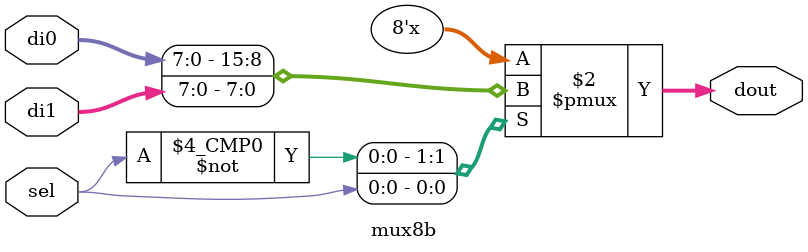
<source format=v>
`timescale 1ns / 1ps




module mux8b(
    input [7:0]di0,di1,
    input sel,
    output reg [7:0]dout
    );
    
    always@(sel,di0,di1)
    begin
    case(sel)
    0:dout=di0;
    1:dout=di1;
    default:dout=8'bxxxx_xxxx;
    endcase
    end
      
    
    
    
endmodule

</source>
